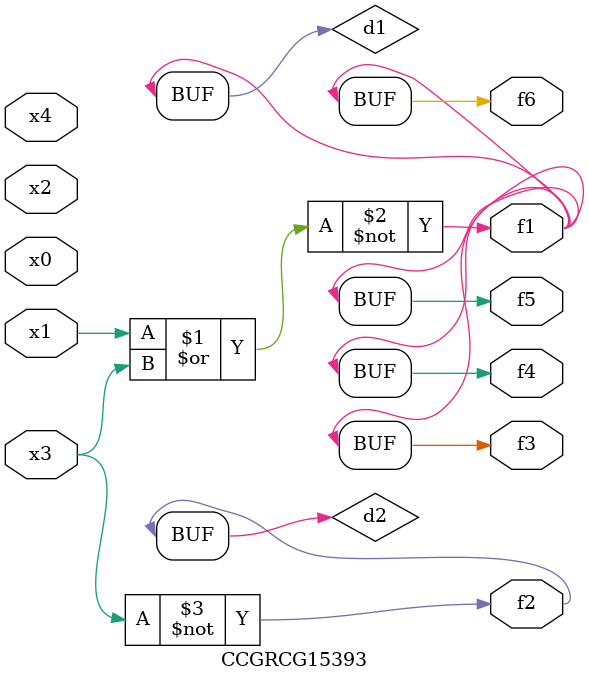
<source format=v>
module CCGRCG15393(
	input x0, x1, x2, x3, x4,
	output f1, f2, f3, f4, f5, f6
);

	wire d1, d2;

	nor (d1, x1, x3);
	not (d2, x3);
	assign f1 = d1;
	assign f2 = d2;
	assign f3 = d1;
	assign f4 = d1;
	assign f5 = d1;
	assign f6 = d1;
endmodule

</source>
